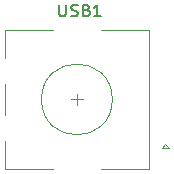
<source format=gto>
G04 #@! TF.GenerationSoftware,KiCad,Pcbnew,(5.1.4-0)*
G04 #@! TF.CreationDate,2021-04-14T22:14:25-04:00*
G04 #@! TF.ProjectId,gorthage-truck,676f7274-6861-4676-952d-747275636b2e,rev?*
G04 #@! TF.SameCoordinates,Original*
G04 #@! TF.FileFunction,Legend,Top*
G04 #@! TF.FilePolarity,Positive*
%FSLAX46Y46*%
G04 Gerber Fmt 4.6, Leading zero omitted, Abs format (unit mm)*
G04 Created by KiCad (PCBNEW (5.1.4-0)) date 2021-04-14 22:14:25*
%MOMM*%
%LPD*%
G04 APERTURE LIST*
%ADD10C,0.120000*%
%ADD11C,0.150000*%
%ADD12C,4.089800*%
%ADD13C,1.852000*%
%ADD14C,3.150000*%
%ADD15R,2.102000X2.102000*%
%ADD16C,2.102000*%
%ADD17C,1.902000*%
%ADD18R,1.902000X1.902000*%
%ADD19R,0.702000X1.552000*%
%ADD20R,0.402000X1.552000*%
%ADD21C,0.752000*%
G04 APERTURE END LIST*
D10*
X290025000Y-38812500D02*
G75*
G03X290025000Y-38812500I-3000000J0D01*
G01*
X285025000Y-44712500D02*
X280925000Y-44712500D01*
X280925000Y-32912500D02*
X285025000Y-32912500D01*
X289025000Y-32912500D02*
X293125000Y-32912500D01*
X289025000Y-44712500D02*
X293125000Y-44712500D01*
X293125000Y-44712500D02*
X293125000Y-32912500D01*
X294525000Y-42612500D02*
X294825000Y-42912500D01*
X294825000Y-42912500D02*
X294225000Y-42912500D01*
X294225000Y-42912500D02*
X294525000Y-42612500D01*
X280925000Y-44712500D02*
X280925000Y-42312500D01*
X280925000Y-40112500D02*
X280925000Y-37512500D01*
X280925000Y-35312500D02*
X280925000Y-32912500D01*
X287025000Y-39312500D02*
X287025000Y-38312500D01*
X287525000Y-38812500D02*
X286525000Y-38812500D01*
D11*
X285521904Y-30782380D02*
X285521904Y-31591904D01*
X285569523Y-31687142D01*
X285617142Y-31734761D01*
X285712380Y-31782380D01*
X285902857Y-31782380D01*
X285998095Y-31734761D01*
X286045714Y-31687142D01*
X286093333Y-31591904D01*
X286093333Y-30782380D01*
X286521904Y-31734761D02*
X286664761Y-31782380D01*
X286902857Y-31782380D01*
X286998095Y-31734761D01*
X287045714Y-31687142D01*
X287093333Y-31591904D01*
X287093333Y-31496666D01*
X287045714Y-31401428D01*
X286998095Y-31353809D01*
X286902857Y-31306190D01*
X286712380Y-31258571D01*
X286617142Y-31210952D01*
X286569523Y-31163333D01*
X286521904Y-31068095D01*
X286521904Y-30972857D01*
X286569523Y-30877619D01*
X286617142Y-30830000D01*
X286712380Y-30782380D01*
X286950476Y-30782380D01*
X287093333Y-30830000D01*
X287855238Y-31258571D02*
X287998095Y-31306190D01*
X288045714Y-31353809D01*
X288093333Y-31449047D01*
X288093333Y-31591904D01*
X288045714Y-31687142D01*
X287998095Y-31734761D01*
X287902857Y-31782380D01*
X287521904Y-31782380D01*
X287521904Y-30782380D01*
X287855238Y-30782380D01*
X287950476Y-30830000D01*
X287998095Y-30877619D01*
X288045714Y-30972857D01*
X288045714Y-31068095D01*
X287998095Y-31163333D01*
X287950476Y-31210952D01*
X287855238Y-31258571D01*
X287521904Y-31258571D01*
X289045714Y-31782380D02*
X288474285Y-31782380D01*
X288760000Y-31782380D02*
X288760000Y-30782380D01*
X288664761Y-30925238D01*
X288569523Y-31020476D01*
X288474285Y-31068095D01*
%LPC*%
D12*
X142875000Y-71437500D03*
D13*
X137795000Y-71437500D03*
X147955000Y-71437500D03*
D14*
X123825000Y-64452500D03*
X161925000Y-64452500D03*
D12*
X123825000Y-79692500D03*
X161925000Y-79692500D03*
X180975000Y-33337500D03*
D13*
X175895000Y-33337500D03*
X186055000Y-33337500D03*
D12*
X161925000Y-71437500D03*
D13*
X156845000Y-71437500D03*
X167005000Y-71437500D03*
D12*
X257175000Y-33337500D03*
D13*
X252095000Y-33337500D03*
X262255000Y-33337500D03*
D12*
X257175000Y-52387500D03*
D13*
X252095000Y-52387500D03*
X262255000Y-52387500D03*
D15*
X294525000Y-41312500D03*
D16*
X294525000Y-38812500D03*
X294525000Y-36312500D03*
X280025000Y-41312500D03*
X280025000Y-36312500D03*
D12*
X142875000Y-52387500D03*
D13*
X137795000Y-52387500D03*
X147955000Y-52387500D03*
D14*
X123825000Y-45402500D03*
X161925000Y-45402500D03*
D12*
X123825000Y-60642500D03*
X161925000Y-60642500D03*
X142875000Y-33337500D03*
D13*
X137795000Y-33337500D03*
X147955000Y-33337500D03*
D14*
X123825000Y-26352500D03*
X161925000Y-26352500D03*
D12*
X123825000Y-41592500D03*
X161925000Y-41592500D03*
X333375000Y-71437500D03*
D13*
X328295000Y-71437500D03*
X338455000Y-71437500D03*
D14*
X314325000Y-64452500D03*
X352425000Y-64452500D03*
D12*
X314325000Y-79692500D03*
X352425000Y-79692500D03*
X333375000Y-52387500D03*
D13*
X328295000Y-52387500D03*
X338455000Y-52387500D03*
D14*
X314325000Y-45402500D03*
X352425000Y-45402500D03*
D12*
X314325000Y-60642500D03*
X352425000Y-60642500D03*
X333375000Y-33337500D03*
D13*
X328295000Y-33337500D03*
X338455000Y-33337500D03*
D14*
X314325000Y-26352500D03*
X352425000Y-26352500D03*
D12*
X314325000Y-41592500D03*
X352425000Y-41592500D03*
X76200000Y-90487500D03*
D13*
X71120000Y-90487500D03*
X81280000Y-90487500D03*
D12*
X238125000Y-90487500D03*
D13*
X233045000Y-90487500D03*
X243205000Y-90487500D03*
D12*
X28575000Y-90487500D03*
D13*
X23495000Y-90487500D03*
X33655000Y-90487500D03*
D17*
X290010000Y-63124500D03*
D18*
X292550000Y-63124500D03*
D17*
X284485000Y-63124500D03*
D18*
X287025000Y-63124500D03*
D17*
X278960000Y-63124500D03*
D18*
X281500000Y-63124500D03*
D12*
X333375000Y-52387500D03*
D13*
X328295000Y-52387500D03*
X338455000Y-52387500D03*
D12*
X352425000Y-90487500D03*
D13*
X347345000Y-90487500D03*
X357505000Y-90487500D03*
D12*
X333375000Y-90487500D03*
D13*
X328295000Y-90487500D03*
X338455000Y-90487500D03*
D12*
X266700000Y-100012500D03*
D13*
X261620000Y-100012500D03*
X271780000Y-100012500D03*
D12*
X235743750Y-90487500D03*
D13*
X230663750Y-90487500D03*
X240823750Y-90487500D03*
D12*
X211931250Y-90487500D03*
D13*
X206851250Y-90487500D03*
X217011250Y-90487500D03*
D12*
X171450000Y-90487500D03*
D13*
X166370000Y-90487500D03*
X176530000Y-90487500D03*
D14*
X152400000Y-83502500D03*
X190500000Y-83502500D03*
D12*
X152400000Y-98742500D03*
X190500000Y-98742500D03*
X200025000Y-33337500D03*
D13*
X194945000Y-33337500D03*
X205105000Y-33337500D03*
D12*
X30956250Y-90487500D03*
D13*
X25876250Y-90487500D03*
X36036250Y-90487500D03*
D12*
X200025000Y-98742500D03*
X66675000Y-98742500D03*
D14*
X200025000Y-83502500D03*
X66675000Y-83502500D03*
D13*
X138430000Y-90487500D03*
X128270000Y-90487500D03*
D12*
X133350000Y-90487500D03*
D19*
X284035000Y-29775000D03*
X290485000Y-29775000D03*
X284810000Y-29775000D03*
X289710000Y-29775000D03*
D20*
X289010000Y-29775000D03*
X285510000Y-29775000D03*
X288510000Y-29775000D03*
X286010000Y-29775000D03*
X288010000Y-29775000D03*
X286510000Y-29775000D03*
X287010000Y-29775000D03*
X287510000Y-29775000D03*
D21*
X284370000Y-28330000D03*
X290150000Y-28330000D03*
D12*
X304800000Y-100012500D03*
D13*
X299720000Y-100012500D03*
X309880000Y-100012500D03*
D12*
X285750000Y-100012500D03*
D13*
X280670000Y-100012500D03*
X290830000Y-100012500D03*
D12*
X352425000Y-71437500D03*
D13*
X347345000Y-71437500D03*
X357505000Y-71437500D03*
D12*
X333375000Y-71437500D03*
D13*
X328295000Y-71437500D03*
X338455000Y-71437500D03*
D12*
X314325000Y-71437500D03*
D13*
X309245000Y-71437500D03*
X319405000Y-71437500D03*
D12*
X285750000Y-80962500D03*
D13*
X280670000Y-80962500D03*
X290830000Y-80962500D03*
D12*
X257175000Y-71437500D03*
D13*
X252095000Y-71437500D03*
X262255000Y-71437500D03*
D12*
X238125000Y-71437500D03*
D13*
X233045000Y-71437500D03*
X243205000Y-71437500D03*
D12*
X219075000Y-71437500D03*
D13*
X213995000Y-71437500D03*
X224155000Y-71437500D03*
D12*
X200025000Y-71437500D03*
D13*
X194945000Y-71437500D03*
X205105000Y-71437500D03*
D12*
X180975000Y-71437500D03*
D13*
X175895000Y-71437500D03*
X186055000Y-71437500D03*
D12*
X352425000Y-52387500D03*
D13*
X347345000Y-52387500D03*
X357505000Y-52387500D03*
D12*
X314325000Y-52387500D03*
D13*
X309245000Y-52387500D03*
X319405000Y-52387500D03*
D12*
X238125000Y-52387500D03*
D13*
X233045000Y-52387500D03*
X243205000Y-52387500D03*
D12*
X219075000Y-52387500D03*
D13*
X213995000Y-52387500D03*
X224155000Y-52387500D03*
D12*
X200025000Y-52387500D03*
D13*
X194945000Y-52387500D03*
X205105000Y-52387500D03*
D12*
X180975000Y-52387500D03*
D13*
X175895000Y-52387500D03*
X186055000Y-52387500D03*
D12*
X352425000Y-33337500D03*
D13*
X347345000Y-33337500D03*
X357505000Y-33337500D03*
D12*
X333375000Y-33337500D03*
D13*
X328295000Y-33337500D03*
X338455000Y-33337500D03*
D12*
X314325000Y-33337500D03*
D13*
X309245000Y-33337500D03*
X319405000Y-33337500D03*
D12*
X238125000Y-33337500D03*
D13*
X233045000Y-33337500D03*
X243205000Y-33337500D03*
D12*
X219075000Y-33337500D03*
D13*
X213995000Y-33337500D03*
X224155000Y-33337500D03*
D12*
X157162500Y-90487500D03*
D13*
X152082500Y-90487500D03*
X162242500Y-90487500D03*
D14*
X100012500Y-83502500D03*
X214312500Y-83502500D03*
D12*
X100012500Y-98742500D03*
X214312500Y-98742500D03*
X114300000Y-90487500D03*
D13*
X109220000Y-90487500D03*
X119380000Y-90487500D03*
D14*
X95250000Y-83502500D03*
X133350000Y-83502500D03*
D12*
X95250000Y-98742500D03*
X133350000Y-98742500D03*
X78581250Y-90487500D03*
D13*
X73501250Y-90487500D03*
X83661250Y-90487500D03*
D12*
X54768750Y-90487500D03*
D13*
X49688750Y-90487500D03*
X59848750Y-90487500D03*
D12*
X142875000Y-71437500D03*
D13*
X137795000Y-71437500D03*
X147955000Y-71437500D03*
D12*
X123825000Y-71437500D03*
D13*
X118745000Y-71437500D03*
X128905000Y-71437500D03*
D12*
X104775000Y-71437500D03*
D13*
X99695000Y-71437500D03*
X109855000Y-71437500D03*
D12*
X85725000Y-71437500D03*
D13*
X80645000Y-71437500D03*
X90805000Y-71437500D03*
D12*
X66675000Y-71437500D03*
D13*
X61595000Y-71437500D03*
X71755000Y-71437500D03*
D12*
X47625000Y-71437500D03*
D13*
X42545000Y-71437500D03*
X52705000Y-71437500D03*
D12*
X28575000Y-71437500D03*
D13*
X23495000Y-71437500D03*
X33655000Y-71437500D03*
D12*
X161925000Y-52387500D03*
D13*
X156845000Y-52387500D03*
X167005000Y-52387500D03*
D12*
X142875000Y-52387500D03*
D13*
X137795000Y-52387500D03*
X147955000Y-52387500D03*
D12*
X123825000Y-52387500D03*
D13*
X118745000Y-52387500D03*
X128905000Y-52387500D03*
D12*
X104775000Y-52387500D03*
D13*
X99695000Y-52387500D03*
X109855000Y-52387500D03*
D12*
X85725000Y-52387500D03*
D13*
X80645000Y-52387500D03*
X90805000Y-52387500D03*
D12*
X66675000Y-52387500D03*
D13*
X61595000Y-52387500D03*
X71755000Y-52387500D03*
D12*
X47625000Y-52387500D03*
D13*
X42545000Y-52387500D03*
X52705000Y-52387500D03*
D12*
X28575000Y-52387500D03*
D13*
X23495000Y-52387500D03*
X33655000Y-52387500D03*
D12*
X161925000Y-33337500D03*
D13*
X156845000Y-33337500D03*
X167005000Y-33337500D03*
D12*
X142875000Y-33337500D03*
D13*
X137795000Y-33337500D03*
X147955000Y-33337500D03*
D12*
X123825000Y-33337500D03*
D13*
X118745000Y-33337500D03*
X128905000Y-33337500D03*
D12*
X104775000Y-33337500D03*
D13*
X99695000Y-33337500D03*
X109855000Y-33337500D03*
D12*
X85725000Y-33337500D03*
D13*
X80645000Y-33337500D03*
X90805000Y-33337500D03*
D12*
X66675000Y-33337500D03*
D13*
X61595000Y-33337500D03*
X71755000Y-33337500D03*
D12*
X47625000Y-33337500D03*
D13*
X42545000Y-33337500D03*
X52705000Y-33337500D03*
D12*
X28575000Y-33337500D03*
D13*
X23495000Y-33337500D03*
X33655000Y-33337500D03*
M02*

</source>
